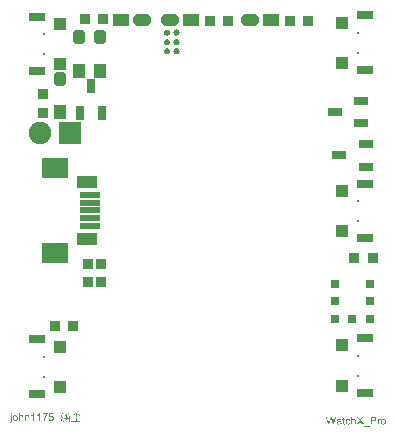
<source format=gts>
G04*
G04 #@! TF.GenerationSoftware,Altium Limited,Altium Designer,19.0.4 (130)*
G04*
G04 Layer_Color=8388736*
%FSLAX25Y25*%
%MOIN*%
G70*
G01*
G75*
%ADD33R,0.03950X0.04343*%
%ADD34R,0.05524X0.03162*%
%ADD35R,0.02572X0.04737*%
%ADD36R,0.03950X0.04737*%
G04:AMPARAMS|DCode=37|XSize=47.37mil|YSize=39.5mil|CornerRadius=0mil|HoleSize=0mil|Usage=FLASHONLY|Rotation=90.000|XOffset=0mil|YOffset=0mil|HoleType=Round|Shape=Octagon|*
%AMOCTAGOND37*
4,1,8,0.00987,0.02368,-0.00987,0.02368,-0.01975,0.01381,-0.01975,-0.01381,-0.00987,-0.02368,0.00987,-0.02368,0.01975,-0.01381,0.01975,0.01381,0.00987,0.02368,0.0*
%
%ADD37OCTAGOND37*%

%ADD38R,0.03800X0.03800*%
%ADD39R,0.05800X0.04300*%
G04:AMPARAMS|DCode=40|XSize=58mil|YSize=43mil|CornerRadius=0mil|HoleSize=0mil|Usage=FLASHONLY|Rotation=0.000|XOffset=0mil|YOffset=0mil|HoleType=Round|Shape=Octagon|*
%AMOCTAGOND40*
4,1,8,0.02900,-0.01075,0.02900,0.01075,0.01825,0.02150,-0.01825,0.02150,-0.02900,0.01075,-0.02900,-0.01075,-0.01825,-0.02150,0.01825,-0.02150,0.02900,-0.01075,0.0*
%
%ADD40OCTAGOND40*%

%ADD41R,0.02769X0.03162*%
%ADD42R,0.03162X0.02769*%
%ADD43R,0.07099X0.02178*%
%ADD44R,0.04737X0.02572*%
%ADD45R,0.03800X0.03800*%
%ADD46C,0.00800*%
%ADD47R,0.07493X0.07493*%
%ADD48C,0.07493*%
%ADD49R,0.08674X0.06706*%
%ADD50R,0.06706X0.03950*%
G36*
X-16564Y49416D02*
X-16233Y49195D01*
X-16012Y48864D01*
X-15934Y48474D01*
X-16012Y48084D01*
X-16233Y47753D01*
X-16564Y47532D01*
X-16954Y47454D01*
X-17344Y47532D01*
X-17675Y47753D01*
X-17896Y48084D01*
X-17974Y48474D01*
X-17896Y48864D01*
X-17675Y49195D01*
X-17344Y49416D01*
X-16954Y49494D01*
X-16564Y49416D01*
D02*
G37*
G36*
X-19664D02*
X-19333Y49195D01*
X-19112Y48864D01*
X-19034Y48474D01*
X-19112Y48084D01*
X-19333Y47753D01*
X-19664Y47532D01*
X-20054Y47454D01*
X-20444Y47532D01*
X-20775Y47753D01*
X-20996Y48084D01*
X-21073Y48474D01*
X-20996Y48864D01*
X-20775Y49195D01*
X-20444Y49416D01*
X-20054Y49494D01*
X-19664Y49416D01*
D02*
G37*
G36*
X-16564Y46316D02*
X-16233Y46095D01*
X-16012Y45764D01*
X-15934Y45374D01*
X-16012Y44984D01*
X-16233Y44653D01*
X-16564Y44432D01*
X-16954Y44354D01*
X-17344Y44432D01*
X-17675Y44653D01*
X-17896Y44984D01*
X-17974Y45374D01*
X-17896Y45764D01*
X-17675Y46095D01*
X-17344Y46316D01*
X-16954Y46394D01*
X-16564Y46316D01*
D02*
G37*
G36*
X-19664D02*
X-19333Y46095D01*
X-19112Y45764D01*
X-19034Y45374D01*
X-19112Y44984D01*
X-19333Y44653D01*
X-19664Y44432D01*
X-20054Y44354D01*
X-20444Y44432D01*
X-20775Y44653D01*
X-20996Y44984D01*
X-21073Y45374D01*
X-20996Y45764D01*
X-20775Y46095D01*
X-20444Y46316D01*
X-20054Y46394D01*
X-19664Y46316D01*
D02*
G37*
G36*
X-16564Y43216D02*
X-16233Y42995D01*
X-16012Y42664D01*
X-15934Y42274D01*
X-16012Y41884D01*
X-16233Y41553D01*
X-16564Y41332D01*
X-16954Y41254D01*
X-17344Y41332D01*
X-17675Y41553D01*
X-17896Y41884D01*
X-17974Y42274D01*
X-17896Y42664D01*
X-17675Y42995D01*
X-17344Y43216D01*
X-16954Y43294D01*
X-16564Y43216D01*
D02*
G37*
G36*
X-19664D02*
X-19333Y42995D01*
X-19112Y42664D01*
X-19034Y42274D01*
X-19112Y41884D01*
X-19333Y41553D01*
X-19664Y41332D01*
X-20054Y41254D01*
X-20444Y41332D01*
X-20775Y41553D01*
X-20996Y41884D01*
X-21073Y42274D01*
X-20996Y42664D01*
X-20775Y42995D01*
X-20444Y43216D01*
X-20054Y43294D01*
X-19664Y43216D01*
D02*
G37*
G36*
X44479Y-80842D02*
X45438Y-82185D01*
X45020D01*
X44372Y-81275D01*
X44368Y-81271D01*
X44361Y-81260D01*
X44354Y-81245D01*
X44339Y-81227D01*
X44306Y-81175D01*
X44269Y-81119D01*
X44265Y-81123D01*
X44254Y-81138D01*
X44239Y-81160D01*
X44220Y-81190D01*
X44180Y-81249D01*
X44161Y-81275D01*
X44146Y-81297D01*
X43499Y-82185D01*
X43092D01*
X44080Y-80860D01*
X43207Y-79625D01*
X43610D01*
X44076Y-80283D01*
Y-80287D01*
X44083Y-80291D01*
X44091Y-80302D01*
X44102Y-80317D01*
X44124Y-80353D01*
X44157Y-80398D01*
X44191Y-80450D01*
X44224Y-80502D01*
X44254Y-80550D01*
X44280Y-80594D01*
X44283Y-80587D01*
X44294Y-80572D01*
X44313Y-80542D01*
X44339Y-80505D01*
X44368Y-80465D01*
X44405Y-80413D01*
X44442Y-80361D01*
X44487Y-80305D01*
X44997Y-79625D01*
X45367D01*
X44479Y-80842D01*
D02*
G37*
G36*
X50818Y-80291D02*
X50858Y-80298D01*
X50906Y-80313D01*
X50958Y-80331D01*
X51017Y-80357D01*
X51080Y-80391D01*
X50965Y-80679D01*
X50962Y-80675D01*
X50947Y-80668D01*
X50925Y-80657D01*
X50895Y-80646D01*
X50862Y-80635D01*
X50821Y-80624D01*
X50780Y-80616D01*
X50740Y-80612D01*
X50721D01*
X50703Y-80616D01*
X50677Y-80620D01*
X50651Y-80627D01*
X50618Y-80638D01*
X50584Y-80653D01*
X50555Y-80675D01*
X50551Y-80679D01*
X50540Y-80686D01*
X50529Y-80701D01*
X50510Y-80720D01*
X50492Y-80746D01*
X50473Y-80775D01*
X50455Y-80809D01*
X50440Y-80849D01*
X50436Y-80857D01*
X50433Y-80879D01*
X50425Y-80912D01*
X50414Y-80957D01*
X50403Y-81012D01*
X50396Y-81075D01*
X50392Y-81142D01*
X50388Y-81216D01*
Y-82185D01*
X50074D01*
Y-80328D01*
X50359D01*
Y-80609D01*
X50362Y-80605D01*
X50377Y-80579D01*
X50396Y-80546D01*
X50425Y-80505D01*
X50455Y-80465D01*
X50488Y-80420D01*
X50521Y-80383D01*
X50555Y-80353D01*
X50559Y-80350D01*
X50570Y-80342D01*
X50592Y-80331D01*
X50614Y-80320D01*
X50644Y-80309D01*
X50681Y-80298D01*
X50718Y-80291D01*
X50758Y-80287D01*
X50784D01*
X50818Y-80291D01*
D02*
G37*
G36*
X40335D02*
X40358D01*
X40387Y-80294D01*
X40457Y-80305D01*
X40535Y-80324D01*
X40617Y-80353D01*
X40698Y-80391D01*
X40776Y-80442D01*
X40779D01*
X40783Y-80450D01*
X40805Y-80472D01*
X40839Y-80505D01*
X40879Y-80553D01*
X40920Y-80612D01*
X40961Y-80686D01*
X40998Y-80772D01*
X41024Y-80871D01*
X40716Y-80920D01*
Y-80916D01*
X40713Y-80912D01*
X40709Y-80890D01*
X40698Y-80857D01*
X40679Y-80816D01*
X40661Y-80772D01*
X40631Y-80724D01*
X40598Y-80679D01*
X40561Y-80642D01*
X40557Y-80638D01*
X40543Y-80627D01*
X40517Y-80612D01*
X40487Y-80594D01*
X40446Y-80576D01*
X40402Y-80561D01*
X40350Y-80550D01*
X40295Y-80546D01*
X40273D01*
X40254Y-80550D01*
X40213Y-80553D01*
X40158Y-80568D01*
X40099Y-80587D01*
X40032Y-80616D01*
X39969Y-80661D01*
X39939Y-80686D01*
X39910Y-80716D01*
Y-80720D01*
X39902Y-80724D01*
X39895Y-80735D01*
X39888Y-80749D01*
X39877Y-80768D01*
X39862Y-80790D01*
X39851Y-80816D01*
X39836Y-80846D01*
X39821Y-80883D01*
X39810Y-80923D01*
X39795Y-80968D01*
X39784Y-81016D01*
X39777Y-81068D01*
X39769Y-81127D01*
X39762Y-81190D01*
Y-81256D01*
Y-81260D01*
Y-81271D01*
Y-81293D01*
X39766Y-81315D01*
Y-81349D01*
X39769Y-81382D01*
X39780Y-81463D01*
X39795Y-81552D01*
X39821Y-81645D01*
X39854Y-81726D01*
X39877Y-81767D01*
X39902Y-81800D01*
X39910Y-81808D01*
X39928Y-81826D01*
X39962Y-81852D01*
X40002Y-81882D01*
X40058Y-81915D01*
X40121Y-81941D01*
X40195Y-81959D01*
X40235Y-81963D01*
X40276Y-81967D01*
X40284D01*
X40306Y-81963D01*
X40343Y-81959D01*
X40383Y-81952D01*
X40432Y-81941D01*
X40483Y-81919D01*
X40535Y-81893D01*
X40583Y-81856D01*
X40591Y-81852D01*
X40602Y-81833D01*
X40624Y-81808D01*
X40650Y-81767D01*
X40676Y-81719D01*
X40705Y-81660D01*
X40728Y-81586D01*
X40742Y-81504D01*
X41053Y-81545D01*
Y-81549D01*
X41050Y-81560D01*
X41046Y-81574D01*
X41042Y-81597D01*
X41035Y-81626D01*
X41027Y-81656D01*
X41001Y-81730D01*
X40968Y-81808D01*
X40920Y-81893D01*
X40861Y-81974D01*
X40828Y-82011D01*
X40791Y-82048D01*
X40787Y-82052D01*
X40779Y-82055D01*
X40768Y-82063D01*
X40753Y-82074D01*
X40735Y-82089D01*
X40709Y-82104D01*
X40679Y-82118D01*
X40650Y-82137D01*
X40576Y-82170D01*
X40487Y-82196D01*
X40391Y-82218D01*
X40335Y-82222D01*
X40280Y-82226D01*
X40243D01*
X40217Y-82222D01*
X40184Y-82218D01*
X40147Y-82211D01*
X40106Y-82204D01*
X40062Y-82196D01*
X39962Y-82166D01*
X39914Y-82144D01*
X39862Y-82122D01*
X39810Y-82092D01*
X39762Y-82059D01*
X39714Y-82022D01*
X39669Y-81978D01*
X39666Y-81974D01*
X39658Y-81967D01*
X39647Y-81952D01*
X39632Y-81933D01*
X39618Y-81907D01*
X39595Y-81874D01*
X39577Y-81837D01*
X39555Y-81796D01*
X39533Y-81748D01*
X39514Y-81693D01*
X39492Y-81637D01*
X39477Y-81571D01*
X39462Y-81504D01*
X39451Y-81427D01*
X39444Y-81349D01*
X39440Y-81264D01*
Y-81260D01*
Y-81249D01*
Y-81234D01*
Y-81212D01*
X39444Y-81186D01*
Y-81156D01*
X39447Y-81123D01*
X39451Y-81086D01*
X39462Y-81005D01*
X39481Y-80916D01*
X39503Y-80827D01*
X39536Y-80738D01*
Y-80735D01*
X39540Y-80727D01*
X39547Y-80716D01*
X39555Y-80701D01*
X39577Y-80661D01*
X39610Y-80612D01*
X39655Y-80557D01*
X39706Y-80502D01*
X39769Y-80446D01*
X39840Y-80402D01*
X39843D01*
X39851Y-80398D01*
X39862Y-80391D01*
X39877Y-80383D01*
X39895Y-80376D01*
X39917Y-80365D01*
X39973Y-80342D01*
X40036Y-80324D01*
X40113Y-80305D01*
X40195Y-80291D01*
X40284Y-80287D01*
X40313D01*
X40335Y-80291D01*
D02*
G37*
G36*
X35566Y-82185D02*
X35233D01*
X34697Y-80235D01*
Y-80231D01*
X34693Y-80224D01*
X34689Y-80213D01*
X34686Y-80194D01*
X34674Y-80154D01*
X34663Y-80106D01*
X34648Y-80054D01*
X34634Y-80006D01*
X34623Y-79965D01*
X34619Y-79947D01*
X34615Y-79935D01*
Y-79939D01*
X34611Y-79943D01*
X34608Y-79965D01*
X34600Y-79998D01*
X34589Y-80039D01*
X34578Y-80083D01*
X34563Y-80135D01*
X34552Y-80187D01*
X34538Y-80235D01*
X33997Y-82185D01*
X33642D01*
X32972Y-79625D01*
X33324D01*
X33705Y-81304D01*
Y-81308D01*
X33709Y-81315D01*
X33712Y-81330D01*
X33716Y-81349D01*
X33720Y-81375D01*
X33727Y-81401D01*
X33735Y-81434D01*
X33742Y-81471D01*
X33760Y-81549D01*
X33779Y-81637D01*
X33797Y-81734D01*
X33816Y-81830D01*
Y-81826D01*
X33820Y-81811D01*
X33827Y-81793D01*
X33831Y-81763D01*
X33838Y-81734D01*
X33849Y-81697D01*
X33868Y-81615D01*
X33890Y-81534D01*
X33897Y-81493D01*
X33909Y-81456D01*
X33916Y-81423D01*
X33923Y-81393D01*
X33931Y-81371D01*
X33934Y-81356D01*
X34419Y-79625D01*
X34830D01*
X35192Y-80923D01*
Y-80927D01*
X35200Y-80945D01*
X35207Y-80971D01*
X35215Y-81005D01*
X35226Y-81049D01*
X35241Y-81097D01*
X35255Y-81153D01*
X35270Y-81216D01*
X35289Y-81286D01*
X35303Y-81356D01*
X35337Y-81508D01*
X35370Y-81667D01*
X35396Y-81830D01*
Y-81826D01*
X35400Y-81819D01*
Y-81804D01*
X35407Y-81785D01*
X35411Y-81763D01*
X35418Y-81737D01*
X35422Y-81704D01*
X35433Y-81667D01*
X35451Y-81586D01*
X35474Y-81489D01*
X35496Y-81386D01*
X35525Y-81271D01*
X35925Y-79625D01*
X36269D01*
X35566Y-82185D01*
D02*
G37*
G36*
X48838Y-79628D02*
X48901Y-79632D01*
X48967Y-79636D01*
X49030Y-79643D01*
X49086Y-79650D01*
X49093D01*
X49119Y-79658D01*
X49152Y-79665D01*
X49197Y-79676D01*
X49245Y-79695D01*
X49297Y-79717D01*
X49352Y-79743D01*
X49400Y-79773D01*
X49408Y-79776D01*
X49423Y-79787D01*
X49445Y-79810D01*
X49474Y-79835D01*
X49508Y-79869D01*
X49541Y-79913D01*
X49578Y-79961D01*
X49608Y-80017D01*
X49611Y-80024D01*
X49619Y-80043D01*
X49633Y-80076D01*
X49648Y-80120D01*
X49659Y-80172D01*
X49674Y-80231D01*
X49682Y-80298D01*
X49685Y-80368D01*
Y-80372D01*
Y-80383D01*
Y-80398D01*
X49682Y-80424D01*
X49678Y-80450D01*
X49674Y-80483D01*
X49667Y-80520D01*
X49659Y-80561D01*
X49633Y-80646D01*
X49619Y-80690D01*
X49597Y-80738D01*
X49571Y-80786D01*
X49545Y-80831D01*
X49511Y-80875D01*
X49474Y-80920D01*
X49471Y-80923D01*
X49463Y-80931D01*
X49452Y-80942D01*
X49434Y-80953D01*
X49411Y-80971D01*
X49382Y-80990D01*
X49345Y-81012D01*
X49304Y-81031D01*
X49256Y-81053D01*
X49201Y-81075D01*
X49141Y-81094D01*
X49071Y-81108D01*
X48997Y-81123D01*
X48916Y-81134D01*
X48823Y-81142D01*
X48727Y-81145D01*
X48072D01*
Y-82185D01*
X47732D01*
Y-79625D01*
X48783D01*
X48838Y-79628D01*
D02*
G37*
G36*
X41638Y-80542D02*
X41642Y-80538D01*
X41649Y-80531D01*
X41660Y-80520D01*
X41679Y-80502D01*
X41697Y-80483D01*
X41723Y-80461D01*
X41756Y-80439D01*
X41789Y-80413D01*
X41827Y-80391D01*
X41867Y-80368D01*
X41963Y-80328D01*
X42015Y-80309D01*
X42071Y-80298D01*
X42130Y-80291D01*
X42189Y-80287D01*
X42222D01*
X42263Y-80291D01*
X42311Y-80298D01*
X42367Y-80305D01*
X42426Y-80320D01*
X42485Y-80342D01*
X42544Y-80368D01*
X42552Y-80372D01*
X42570Y-80383D01*
X42596Y-80402D01*
X42629Y-80427D01*
X42663Y-80461D01*
X42700Y-80498D01*
X42733Y-80542D01*
X42763Y-80594D01*
X42766Y-80601D01*
X42774Y-80620D01*
X42785Y-80653D01*
X42796Y-80701D01*
X42807Y-80761D01*
X42818Y-80831D01*
X42825Y-80916D01*
X42829Y-81012D01*
Y-82185D01*
X42515D01*
Y-81008D01*
Y-81005D01*
Y-80997D01*
Y-80986D01*
Y-80971D01*
X42511Y-80931D01*
X42504Y-80879D01*
X42489Y-80823D01*
X42470Y-80768D01*
X42444Y-80712D01*
X42411Y-80668D01*
X42407Y-80664D01*
X42393Y-80650D01*
X42370Y-80631D01*
X42337Y-80612D01*
X42296Y-80590D01*
X42248Y-80576D01*
X42189Y-80561D01*
X42123Y-80557D01*
X42100D01*
X42074Y-80561D01*
X42037Y-80564D01*
X42000Y-80576D01*
X41956Y-80587D01*
X41912Y-80605D01*
X41864Y-80631D01*
X41860Y-80635D01*
X41845Y-80646D01*
X41823Y-80661D01*
X41797Y-80683D01*
X41767Y-80712D01*
X41738Y-80746D01*
X41712Y-80786D01*
X41690Y-80831D01*
X41686Y-80838D01*
X41682Y-80853D01*
X41675Y-80883D01*
X41664Y-80920D01*
X41653Y-80968D01*
X41645Y-81027D01*
X41642Y-81094D01*
X41638Y-81171D01*
Y-82185D01*
X41323D01*
Y-79625D01*
X41638D01*
Y-80542D01*
D02*
G37*
G36*
X37412Y-80291D02*
X37468Y-80294D01*
X37531Y-80302D01*
X37594Y-80313D01*
X37657Y-80328D01*
X37716Y-80346D01*
X37723Y-80350D01*
X37742Y-80357D01*
X37768Y-80368D01*
X37801Y-80383D01*
X37838Y-80405D01*
X37875Y-80427D01*
X37908Y-80457D01*
X37938Y-80487D01*
X37942Y-80490D01*
X37949Y-80502D01*
X37960Y-80520D01*
X37975Y-80542D01*
X37993Y-80576D01*
X38008Y-80609D01*
X38023Y-80650D01*
X38034Y-80698D01*
Y-80701D01*
X38038Y-80712D01*
X38041Y-80735D01*
X38045Y-80764D01*
Y-80805D01*
X38049Y-80853D01*
X38052Y-80916D01*
Y-80986D01*
Y-81408D01*
Y-81412D01*
Y-81427D01*
Y-81449D01*
Y-81478D01*
Y-81512D01*
Y-81552D01*
X38056Y-81641D01*
Y-81734D01*
X38060Y-81826D01*
X38064Y-81867D01*
Y-81904D01*
X38067Y-81937D01*
X38071Y-81963D01*
Y-81967D01*
X38075Y-81981D01*
X38078Y-82004D01*
X38089Y-82033D01*
X38097Y-82067D01*
X38112Y-82104D01*
X38130Y-82144D01*
X38149Y-82185D01*
X37819D01*
X37816Y-82181D01*
X37812Y-82166D01*
X37805Y-82148D01*
X37793Y-82118D01*
X37782Y-82085D01*
X37775Y-82044D01*
X37768Y-82000D01*
X37760Y-81952D01*
X37756D01*
X37753Y-81959D01*
X37731Y-81978D01*
X37697Y-82004D01*
X37653Y-82037D01*
X37597Y-82070D01*
X37542Y-82107D01*
X37483Y-82141D01*
X37420Y-82166D01*
X37412Y-82170D01*
X37390Y-82174D01*
X37357Y-82185D01*
X37316Y-82196D01*
X37264Y-82207D01*
X37205Y-82215D01*
X37139Y-82222D01*
X37072Y-82226D01*
X37042D01*
X37020Y-82222D01*
X36994D01*
X36965Y-82218D01*
X36898Y-82207D01*
X36824Y-82189D01*
X36743Y-82163D01*
X36669Y-82126D01*
X36602Y-82078D01*
X36595Y-82070D01*
X36576Y-82052D01*
X36550Y-82019D01*
X36521Y-81974D01*
X36491Y-81919D01*
X36465Y-81856D01*
X36447Y-81778D01*
X36443Y-81741D01*
X36439Y-81697D01*
Y-81689D01*
Y-81674D01*
X36443Y-81648D01*
X36447Y-81615D01*
X36454Y-81574D01*
X36465Y-81534D01*
X36480Y-81489D01*
X36498Y-81449D01*
X36502Y-81445D01*
X36510Y-81430D01*
X36524Y-81408D01*
X36543Y-81382D01*
X36565Y-81353D01*
X36595Y-81323D01*
X36624Y-81293D01*
X36661Y-81267D01*
X36665Y-81264D01*
X36680Y-81256D01*
X36698Y-81242D01*
X36728Y-81227D01*
X36761Y-81212D01*
X36802Y-81193D01*
X36843Y-81179D01*
X36891Y-81164D01*
X36894D01*
X36909Y-81160D01*
X36931Y-81153D01*
X36961Y-81149D01*
X36998Y-81142D01*
X37046Y-81134D01*
X37102Y-81123D01*
X37168Y-81116D01*
X37172D01*
X37187Y-81112D01*
X37205D01*
X37231Y-81108D01*
X37261Y-81105D01*
X37298Y-81097D01*
X37338Y-81094D01*
X37383Y-81086D01*
X37472Y-81068D01*
X37568Y-81049D01*
X37653Y-81027D01*
X37694Y-81016D01*
X37731Y-81005D01*
Y-81001D01*
Y-80994D01*
X37734Y-80971D01*
Y-80945D01*
Y-80931D01*
Y-80923D01*
Y-80920D01*
Y-80916D01*
Y-80894D01*
X37731Y-80857D01*
X37723Y-80816D01*
X37712Y-80772D01*
X37694Y-80727D01*
X37671Y-80686D01*
X37642Y-80653D01*
X37638Y-80650D01*
X37620Y-80635D01*
X37590Y-80620D01*
X37553Y-80598D01*
X37501Y-80579D01*
X37442Y-80561D01*
X37368Y-80550D01*
X37283Y-80546D01*
X37246D01*
X37209Y-80550D01*
X37157Y-80557D01*
X37105Y-80564D01*
X37050Y-80579D01*
X36998Y-80598D01*
X36954Y-80624D01*
X36950Y-80627D01*
X36935Y-80638D01*
X36917Y-80657D01*
X36894Y-80686D01*
X36872Y-80724D01*
X36846Y-80772D01*
X36824Y-80831D01*
X36802Y-80897D01*
X36495Y-80857D01*
Y-80853D01*
X36498Y-80849D01*
Y-80838D01*
X36502Y-80823D01*
X36513Y-80790D01*
X36528Y-80742D01*
X36547Y-80694D01*
X36569Y-80642D01*
X36598Y-80590D01*
X36632Y-80542D01*
X36635Y-80538D01*
X36650Y-80524D01*
X36672Y-80502D01*
X36702Y-80472D01*
X36743Y-80442D01*
X36791Y-80413D01*
X36846Y-80379D01*
X36909Y-80353D01*
X36913D01*
X36917Y-80350D01*
X36928Y-80346D01*
X36942Y-80342D01*
X36979Y-80331D01*
X37031Y-80320D01*
X37091Y-80309D01*
X37165Y-80298D01*
X37242Y-80291D01*
X37331Y-80287D01*
X37372D01*
X37412Y-80291D01*
D02*
G37*
G36*
X38903Y-80328D02*
X39222D01*
Y-80572D01*
X38903D01*
Y-81663D01*
Y-81671D01*
Y-81686D01*
Y-81708D01*
X38907Y-81734D01*
X38911Y-81793D01*
X38915Y-81819D01*
X38918Y-81837D01*
X38922Y-81845D01*
X38933Y-81859D01*
X38948Y-81878D01*
X38974Y-81896D01*
X38981Y-81900D01*
X39000Y-81907D01*
X39033Y-81915D01*
X39081Y-81919D01*
X39118D01*
X39137Y-81915D01*
X39162D01*
X39192Y-81911D01*
X39222Y-81907D01*
X39262Y-82185D01*
X39255D01*
X39240Y-82189D01*
X39214Y-82192D01*
X39181Y-82196D01*
X39144Y-82204D01*
X39103Y-82207D01*
X39022Y-82211D01*
X38992D01*
X38963Y-82207D01*
X38926Y-82204D01*
X38881Y-82200D01*
X38837Y-82189D01*
X38796Y-82178D01*
X38756Y-82159D01*
X38752Y-82155D01*
X38741Y-82148D01*
X38726Y-82137D01*
X38704Y-82118D01*
X38685Y-82100D01*
X38663Y-82074D01*
X38641Y-82048D01*
X38626Y-82015D01*
Y-82011D01*
X38619Y-81996D01*
X38615Y-81970D01*
X38607Y-81933D01*
X38600Y-81885D01*
X38596Y-81856D01*
Y-81822D01*
X38593Y-81782D01*
X38589Y-81741D01*
Y-81697D01*
Y-81645D01*
Y-80572D01*
X38356D01*
Y-80328D01*
X38589D01*
Y-79869D01*
X38903Y-79680D01*
Y-80328D01*
D02*
G37*
G36*
X52083Y-80291D02*
X52116Y-80294D01*
X52153Y-80302D01*
X52194Y-80309D01*
X52242Y-80317D01*
X52342Y-80350D01*
X52394Y-80368D01*
X52446Y-80394D01*
X52497Y-80420D01*
X52549Y-80457D01*
X52597Y-80494D01*
X52645Y-80538D01*
X52649Y-80542D01*
X52656Y-80550D01*
X52667Y-80564D01*
X52682Y-80583D01*
X52701Y-80609D01*
X52723Y-80642D01*
X52745Y-80679D01*
X52767Y-80720D01*
X52790Y-80764D01*
X52812Y-80820D01*
X52834Y-80875D01*
X52852Y-80938D01*
X52867Y-81005D01*
X52878Y-81075D01*
X52886Y-81149D01*
X52890Y-81230D01*
Y-81234D01*
Y-81245D01*
Y-81264D01*
Y-81290D01*
X52886Y-81319D01*
X52882Y-81356D01*
Y-81393D01*
X52875Y-81434D01*
X52864Y-81526D01*
X52841Y-81619D01*
X52816Y-81711D01*
X52779Y-81796D01*
Y-81800D01*
X52775Y-81804D01*
X52767Y-81815D01*
X52760Y-81830D01*
X52734Y-81867D01*
X52701Y-81911D01*
X52656Y-81963D01*
X52601Y-82015D01*
X52538Y-82067D01*
X52464Y-82115D01*
X52460D01*
X52457Y-82118D01*
X52446Y-82126D01*
X52427Y-82133D01*
X52408Y-82141D01*
X52386Y-82148D01*
X52331Y-82170D01*
X52268Y-82189D01*
X52190Y-82207D01*
X52109Y-82222D01*
X52020Y-82226D01*
X51983D01*
X51953Y-82222D01*
X51920Y-82218D01*
X51883Y-82211D01*
X51839Y-82204D01*
X51794Y-82196D01*
X51694Y-82166D01*
X51639Y-82144D01*
X51587Y-82122D01*
X51535Y-82092D01*
X51484Y-82059D01*
X51435Y-82022D01*
X51387Y-81978D01*
X51384Y-81974D01*
X51376Y-81967D01*
X51365Y-81952D01*
X51350Y-81930D01*
X51332Y-81904D01*
X51313Y-81874D01*
X51291Y-81837D01*
X51269Y-81793D01*
X51247Y-81745D01*
X51224Y-81689D01*
X51206Y-81630D01*
X51187Y-81567D01*
X51173Y-81497D01*
X51162Y-81423D01*
X51154Y-81341D01*
X51151Y-81256D01*
Y-81249D01*
Y-81234D01*
X51154Y-81208D01*
Y-81171D01*
X51158Y-81130D01*
X51165Y-81079D01*
X51173Y-81027D01*
X51187Y-80968D01*
X51202Y-80909D01*
X51221Y-80846D01*
X51243Y-80779D01*
X51273Y-80716D01*
X51302Y-80657D01*
X51343Y-80598D01*
X51384Y-80542D01*
X51435Y-80494D01*
X51439Y-80490D01*
X51446Y-80487D01*
X51461Y-80476D01*
X51480Y-80461D01*
X51502Y-80446D01*
X51532Y-80427D01*
X51561Y-80409D01*
X51598Y-80391D01*
X51639Y-80372D01*
X51683Y-80353D01*
X51783Y-80320D01*
X51898Y-80294D01*
X51957Y-80291D01*
X52020Y-80287D01*
X52057D01*
X52083Y-80291D01*
D02*
G37*
G36*
X47491Y-82895D02*
X45408D01*
Y-82670D01*
X47491D01*
Y-82895D01*
D02*
G37*
G36*
X-55240Y-78203D02*
X-55226Y-78210D01*
X-55203Y-78221D01*
X-55177Y-78236D01*
X-55152Y-78255D01*
X-55089Y-78292D01*
X-55026Y-78333D01*
X-54967Y-78373D01*
X-54941Y-78392D01*
X-54918Y-78410D01*
X-54904Y-78429D01*
X-54893Y-78443D01*
X-54889Y-78447D01*
X-54885Y-78455D01*
X-54878Y-78469D01*
X-54870Y-78488D01*
X-54856Y-78529D01*
X-54848Y-78551D01*
Y-78573D01*
Y-78577D01*
Y-78584D01*
X-54852Y-78599D01*
Y-78614D01*
X-54867Y-78658D01*
X-54878Y-78680D01*
X-54893Y-78702D01*
Y-78706D01*
X-54900Y-78710D01*
X-54915Y-78728D01*
X-54937Y-78751D01*
X-54948Y-78754D01*
X-54959Y-78758D01*
X-54963D01*
X-54967Y-78754D01*
X-54978Y-78751D01*
X-54993Y-78740D01*
X-55007Y-78725D01*
X-55026Y-78699D01*
X-55041Y-78666D01*
X-55059Y-78617D01*
Y-78614D01*
X-55063Y-78606D01*
X-55067Y-78595D01*
X-55074Y-78580D01*
X-55089Y-78543D01*
X-55115Y-78492D01*
X-55144Y-78432D01*
X-55181Y-78369D01*
X-55229Y-78303D01*
X-55281Y-78240D01*
X-55255Y-78196D01*
X-55251D01*
X-55240Y-78203D01*
D02*
G37*
G36*
X-71927Y-78810D02*
X-72242D01*
Y-78443D01*
X-71927D01*
Y-78810D01*
D02*
G37*
G36*
X-52669Y-78477D02*
X-52676D01*
X-52691Y-78480D01*
X-52717Y-78484D01*
X-52750Y-78492D01*
X-52791Y-78503D01*
X-52839Y-78518D01*
X-52887Y-78540D01*
X-52943Y-78562D01*
X-52950Y-78566D01*
X-52957Y-78569D01*
X-52972Y-78577D01*
X-52987Y-78588D01*
X-53006Y-78599D01*
X-53031Y-78614D01*
X-53061Y-78628D01*
X-53094Y-78651D01*
X-53131Y-78673D01*
X-53172Y-78702D01*
X-53216Y-78732D01*
X-53268Y-78765D01*
X-53324Y-78806D01*
X-53383Y-78847D01*
X-53450Y-78895D01*
X-53353Y-78950D01*
X-53479Y-79036D01*
Y-79705D01*
X-53475Y-79709D01*
X-53464Y-79713D01*
X-53446Y-79724D01*
X-53420Y-79735D01*
X-53390Y-79753D01*
X-53357Y-79772D01*
X-53279Y-79813D01*
X-53198Y-79861D01*
X-53113Y-79912D01*
X-53039Y-79968D01*
X-53006Y-79990D01*
X-52976Y-80016D01*
X-52969Y-80020D01*
X-52954Y-80038D01*
X-52932Y-80060D01*
X-52906Y-80094D01*
X-52880Y-80131D01*
X-52858Y-80168D01*
X-52843Y-80212D01*
X-52835Y-80253D01*
Y-80256D01*
Y-80264D01*
Y-80275D01*
X-52839Y-80290D01*
X-52850Y-80327D01*
X-52872Y-80371D01*
Y-80375D01*
X-52876Y-80382D01*
X-52891Y-80401D01*
X-52906Y-80423D01*
X-52913Y-80430D01*
X-52921Y-80434D01*
X-52924D01*
X-52932Y-80430D01*
X-52943Y-80427D01*
X-52957Y-80412D01*
X-52980Y-80393D01*
X-53002Y-80364D01*
X-53028Y-80323D01*
X-53043Y-80297D01*
X-53057Y-80268D01*
Y-80264D01*
X-53065Y-80256D01*
X-53072Y-80245D01*
X-53083Y-80227D01*
X-53094Y-80205D01*
X-53113Y-80179D01*
X-53157Y-80116D01*
X-53216Y-80042D01*
X-53250Y-80001D01*
X-53287Y-79957D01*
X-53331Y-79912D01*
X-53376Y-79868D01*
X-53427Y-79824D01*
X-53479Y-79776D01*
Y-80560D01*
Y-80567D01*
Y-80586D01*
X-53483Y-80615D01*
X-53487Y-80652D01*
X-53494Y-80689D01*
X-53501Y-80730D01*
X-53516Y-80767D01*
X-53535Y-80797D01*
X-53538Y-80800D01*
X-53546Y-80808D01*
X-53564Y-80823D01*
X-53587Y-80841D01*
X-53620Y-80863D01*
X-53664Y-80885D01*
X-53720Y-80911D01*
X-53786Y-80937D01*
Y-80934D01*
X-53790Y-80930D01*
X-53797Y-80908D01*
X-53816Y-80874D01*
X-53831Y-80856D01*
X-53849Y-80834D01*
X-53871Y-80812D01*
X-53901Y-80786D01*
X-53931Y-80763D01*
X-53968Y-80738D01*
X-54012Y-80712D01*
X-54060Y-80689D01*
X-54116Y-80667D01*
X-54179Y-80645D01*
Y-80586D01*
X-54164D01*
X-54145Y-80589D01*
X-54119Y-80593D01*
X-54090Y-80597D01*
X-54060Y-80601D01*
X-53986Y-80608D01*
X-53908Y-80615D01*
X-53838Y-80623D01*
X-53805Y-80626D01*
X-53779D01*
X-53757Y-80630D01*
X-53727D01*
X-53698Y-80623D01*
X-53686Y-80612D01*
X-53672Y-80601D01*
X-53664Y-80582D01*
X-53661Y-80560D01*
Y-79790D01*
X-53664Y-79794D01*
X-53679Y-79809D01*
X-53705Y-79827D01*
X-53734Y-79853D01*
X-53772Y-79883D01*
X-53812Y-79920D01*
X-53901Y-79997D01*
X-53993Y-80083D01*
X-54038Y-80123D01*
X-54079Y-80160D01*
X-54116Y-80197D01*
X-54145Y-80231D01*
X-54164Y-80256D01*
X-54179Y-80279D01*
X-54375Y-80083D01*
X-54371D01*
X-54367Y-80079D01*
X-54352Y-80075D01*
X-54338Y-80068D01*
X-54315Y-80060D01*
X-54290Y-80049D01*
X-54256Y-80035D01*
X-54216Y-80016D01*
X-54171Y-79994D01*
X-54119Y-79964D01*
X-54060Y-79935D01*
X-53993Y-79901D01*
X-53923Y-79861D01*
X-53842Y-79813D01*
X-53757Y-79761D01*
X-53661Y-79705D01*
Y-79702D01*
Y-79698D01*
Y-79676D01*
Y-79642D01*
Y-79598D01*
Y-79542D01*
Y-79479D01*
Y-79413D01*
Y-79339D01*
X-53664Y-79187D01*
X-53668Y-79036D01*
Y-78961D01*
X-53672Y-78895D01*
Y-78836D01*
X-53675Y-78784D01*
X-53505Y-78869D01*
X-53072Y-78447D01*
X-54053D01*
X-54090Y-78451D01*
X-54134D01*
X-54186Y-78458D01*
X-54241Y-78466D01*
X-54301Y-78477D01*
X-54360Y-78492D01*
X-54486Y-78366D01*
X-53057D01*
X-52921Y-78210D01*
X-52669Y-78477D01*
D02*
G37*
G36*
X-66533Y-79110D02*
X-66492Y-79113D01*
X-66444Y-79121D01*
X-66392Y-79132D01*
X-66337Y-79146D01*
X-66285Y-79169D01*
X-66277Y-79172D01*
X-66263Y-79180D01*
X-66237Y-79191D01*
X-66207Y-79209D01*
X-66170Y-79232D01*
X-66137Y-79261D01*
X-66104Y-79291D01*
X-66074Y-79328D01*
X-66070Y-79331D01*
X-66063Y-79346D01*
X-66052Y-79365D01*
X-66033Y-79391D01*
X-66018Y-79428D01*
X-66004Y-79465D01*
X-65985Y-79509D01*
X-65974Y-79557D01*
Y-79561D01*
X-65970Y-79576D01*
X-65967Y-79598D01*
X-65963Y-79628D01*
Y-79672D01*
X-65959Y-79724D01*
X-65956Y-79787D01*
Y-79864D01*
Y-81004D01*
X-66270D01*
Y-79879D01*
Y-79875D01*
Y-79872D01*
Y-79846D01*
Y-79813D01*
X-66274Y-79772D01*
X-66277Y-79724D01*
X-66285Y-79676D01*
X-66296Y-79631D01*
X-66307Y-79590D01*
Y-79587D01*
X-66315Y-79576D01*
X-66326Y-79557D01*
X-66337Y-79535D01*
X-66355Y-79513D01*
X-66377Y-79487D01*
X-66407Y-79461D01*
X-66440Y-79439D01*
X-66444Y-79435D01*
X-66455Y-79428D01*
X-66477Y-79420D01*
X-66503Y-79409D01*
X-66533Y-79398D01*
X-66570Y-79387D01*
X-66614Y-79383D01*
X-66659Y-79380D01*
X-66677D01*
X-66692Y-79383D01*
X-66729Y-79387D01*
X-66777Y-79394D01*
X-66829Y-79413D01*
X-66888Y-79435D01*
X-66947Y-79465D01*
X-67003Y-79509D01*
X-67010Y-79517D01*
X-67025Y-79535D01*
X-67036Y-79550D01*
X-67047Y-79568D01*
X-67062Y-79590D01*
X-67073Y-79616D01*
X-67088Y-79646D01*
X-67103Y-79683D01*
X-67114Y-79724D01*
X-67125Y-79768D01*
X-67132Y-79816D01*
X-67140Y-79868D01*
X-67147Y-79931D01*
Y-79994D01*
Y-81004D01*
X-67462D01*
Y-79146D01*
X-67180D01*
Y-79413D01*
X-67177Y-79409D01*
X-67169Y-79398D01*
X-67158Y-79383D01*
X-67143Y-79365D01*
X-67121Y-79343D01*
X-67095Y-79317D01*
X-67066Y-79287D01*
X-67029Y-79258D01*
X-66992Y-79232D01*
X-66947Y-79202D01*
X-66899Y-79176D01*
X-66847Y-79154D01*
X-66788Y-79135D01*
X-66729Y-79121D01*
X-66662Y-79110D01*
X-66592Y-79106D01*
X-66562D01*
X-66533Y-79110D01*
D02*
G37*
G36*
X-55570Y-78969D02*
X-55555Y-78976D01*
X-55536Y-78987D01*
X-55507Y-79002D01*
X-55477Y-79021D01*
X-55440Y-79043D01*
X-55362Y-79095D01*
X-55285Y-79154D01*
X-55251Y-79187D01*
X-55218Y-79217D01*
X-55189Y-79250D01*
X-55166Y-79280D01*
X-55155Y-79309D01*
X-55148Y-79339D01*
Y-79346D01*
Y-79361D01*
Y-79387D01*
X-55155Y-79417D01*
X-55163Y-79450D01*
X-55174Y-79483D01*
X-55192Y-79513D01*
X-55218Y-79539D01*
X-55222Y-79542D01*
X-55229D01*
X-55244Y-79546D01*
X-55263Y-79542D01*
X-55285Y-79528D01*
X-55296Y-79517D01*
X-55307Y-79502D01*
X-55318Y-79483D01*
X-55329Y-79461D01*
X-55340Y-79431D01*
X-55351Y-79398D01*
Y-79394D01*
X-55355Y-79391D01*
X-55359Y-79380D01*
X-55366Y-79365D01*
X-55385Y-79331D01*
X-55411Y-79280D01*
X-55444Y-79224D01*
X-55488Y-79158D01*
X-55540Y-79087D01*
X-55603Y-79010D01*
X-55573Y-78965D01*
X-55570Y-78969D01*
D02*
G37*
G36*
X-49861Y-78606D02*
X-49838Y-78617D01*
X-49805Y-78640D01*
X-49761Y-78666D01*
X-49705Y-78695D01*
X-49646Y-78728D01*
X-49579Y-78769D01*
X-49513Y-78810D01*
X-49376Y-78895D01*
X-49309Y-78939D01*
X-49246Y-78984D01*
X-49191Y-79024D01*
X-49143Y-79061D01*
X-49106Y-79098D01*
X-49080Y-79128D01*
X-49076Y-79135D01*
X-49061Y-79150D01*
X-49047Y-79180D01*
X-49024Y-79213D01*
X-49006Y-79250D01*
X-48987Y-79291D01*
X-48976Y-79331D01*
X-48973Y-79372D01*
Y-79376D01*
Y-79383D01*
X-48976Y-79394D01*
Y-79409D01*
X-48991Y-79450D01*
X-49002Y-79472D01*
X-49017Y-79498D01*
Y-79502D01*
X-49024Y-79509D01*
X-49039Y-79531D01*
X-49058Y-79557D01*
X-49065Y-79565D01*
X-49073Y-79568D01*
X-49076D01*
X-49084Y-79565D01*
X-49102Y-79557D01*
X-49121Y-79542D01*
X-49147Y-79517D01*
X-49161Y-79498D01*
X-49180Y-79479D01*
X-49195Y-79454D01*
X-49213Y-79428D01*
X-49232Y-79394D01*
X-49254Y-79357D01*
Y-79354D01*
X-49261Y-79343D01*
X-49272Y-79328D01*
X-49287Y-79306D01*
X-49306Y-79280D01*
X-49328Y-79246D01*
X-49357Y-79206D01*
X-49394Y-79161D01*
X-49435Y-79113D01*
X-49483Y-79058D01*
X-49535Y-79002D01*
X-49598Y-78936D01*
X-49665Y-78869D01*
X-49738Y-78799D01*
X-49824Y-78721D01*
X-49912Y-78643D01*
X-49868Y-78603D01*
X-49864D01*
X-49861Y-78606D01*
D02*
G37*
G36*
X-52780Y-79091D02*
X-52906Y-79121D01*
X-52909Y-79124D01*
X-52921Y-79132D01*
X-52935Y-79146D01*
X-52957Y-79165D01*
X-52983Y-79191D01*
X-53013Y-79217D01*
X-53087Y-79280D01*
X-53168Y-79350D01*
X-53254Y-79428D01*
X-53342Y-79502D01*
X-53424Y-79568D01*
X-53450Y-79524D01*
X-53446Y-79520D01*
X-53439Y-79509D01*
X-53424Y-79494D01*
X-53409Y-79472D01*
X-53387Y-79443D01*
X-53361Y-79409D01*
X-53331Y-79369D01*
X-53302Y-79328D01*
X-53268Y-79280D01*
X-53235Y-79228D01*
X-53161Y-79117D01*
X-53087Y-78999D01*
X-53017Y-78869D01*
X-52780Y-79091D01*
D02*
G37*
G36*
X-54219Y-78987D02*
X-54204Y-78995D01*
X-54182Y-79006D01*
X-54156Y-79021D01*
X-54130Y-79036D01*
X-54064Y-79072D01*
X-53997Y-79113D01*
X-53934Y-79158D01*
X-53908Y-79176D01*
X-53882Y-79195D01*
X-53864Y-79213D01*
X-53849Y-79232D01*
X-53846Y-79235D01*
X-53838Y-79246D01*
X-53831Y-79261D01*
X-53816Y-79283D01*
X-53797Y-79331D01*
X-53790Y-79361D01*
X-53786Y-79387D01*
Y-79391D01*
Y-79398D01*
Y-79409D01*
X-53790Y-79424D01*
X-53801Y-79461D01*
X-53823Y-79505D01*
Y-79509D01*
X-53827Y-79517D01*
X-53842Y-79535D01*
X-53864Y-79557D01*
X-53871Y-79565D01*
X-53882Y-79568D01*
X-53886D01*
X-53890Y-79565D01*
X-53897Y-79561D01*
X-53908Y-79550D01*
X-53923Y-79535D01*
X-53938Y-79509D01*
X-53953Y-79476D01*
X-53968Y-79428D01*
Y-79424D01*
X-53971Y-79420D01*
X-53975Y-79409D01*
X-53982Y-79394D01*
X-54005Y-79354D01*
X-54034Y-79302D01*
X-54075Y-79243D01*
X-54127Y-79172D01*
X-54186Y-79098D01*
X-54260Y-79021D01*
X-54234Y-78980D01*
X-54230D01*
X-54219Y-78987D01*
D02*
G37*
G36*
X-50164Y-78281D02*
X-50275Y-78392D01*
Y-78395D01*
Y-78407D01*
Y-78421D01*
Y-78443D01*
Y-78469D01*
Y-78499D01*
Y-78536D01*
Y-78577D01*
Y-78669D01*
Y-78769D01*
Y-78884D01*
Y-78999D01*
Y-79002D01*
Y-79013D01*
Y-79028D01*
Y-79050D01*
Y-79080D01*
Y-79113D01*
Y-79150D01*
X-50271Y-79191D01*
Y-79283D01*
X-50268Y-79383D01*
X-50264Y-79487D01*
X-50260Y-79594D01*
X-50497Y-79679D01*
Y-79676D01*
Y-79661D01*
Y-79642D01*
X-50493Y-79613D01*
Y-79579D01*
Y-79539D01*
X-50490Y-79491D01*
Y-79439D01*
Y-79383D01*
X-50486Y-79324D01*
Y-79191D01*
X-50482Y-79050D01*
Y-78902D01*
Y-78899D01*
Y-78884D01*
Y-78862D01*
Y-78832D01*
Y-78799D01*
Y-78754D01*
Y-78706D01*
Y-78654D01*
X-50486Y-78595D01*
Y-78532D01*
X-50490Y-78399D01*
X-50493Y-78259D01*
X-50497Y-78110D01*
X-50164Y-78281D01*
D02*
G37*
G36*
X-50819Y-78799D02*
X-50826D01*
X-50845Y-78806D01*
X-50878Y-78825D01*
X-50926Y-78851D01*
X-50956Y-78869D01*
X-50985Y-78891D01*
X-51022Y-78917D01*
X-51059Y-78950D01*
X-51104Y-78987D01*
X-51148Y-79028D01*
X-51200Y-79076D01*
X-51252Y-79132D01*
X-51256Y-79135D01*
X-51267Y-79146D01*
X-51281Y-79161D01*
X-51304Y-79184D01*
X-51333Y-79213D01*
X-51367Y-79243D01*
X-51403Y-79280D01*
X-51448Y-79320D01*
X-51496Y-79365D01*
X-51548Y-79409D01*
X-51607Y-79457D01*
X-51666Y-79509D01*
X-51796Y-79613D01*
X-51936Y-79720D01*
X-51981Y-79679D01*
X-51977Y-79676D01*
X-51966Y-79664D01*
X-51951Y-79650D01*
X-51929Y-79628D01*
X-51903Y-79602D01*
X-51873Y-79572D01*
X-51836Y-79535D01*
X-51799Y-79494D01*
X-51718Y-79405D01*
X-51629Y-79309D01*
X-51537Y-79206D01*
X-51452Y-79098D01*
X-51448Y-79095D01*
X-51441Y-79084D01*
X-51429Y-79069D01*
X-51415Y-79050D01*
X-51396Y-79024D01*
X-51374Y-78995D01*
X-51352Y-78958D01*
X-51326Y-78921D01*
X-51270Y-78836D01*
X-51211Y-78743D01*
X-51159Y-78647D01*
X-51111Y-78547D01*
X-50819Y-78799D01*
D02*
G37*
G36*
X-54611Y-78839D02*
Y-78843D01*
X-54615Y-78854D01*
X-54623Y-78873D01*
X-54626Y-78895D01*
X-54637Y-78928D01*
X-54645Y-78961D01*
X-54659Y-79002D01*
X-54671Y-79050D01*
X-54685Y-79098D01*
X-54700Y-79154D01*
X-54734Y-79269D01*
X-54770Y-79394D01*
X-54808Y-79524D01*
X-54844Y-79657D01*
X-54882Y-79790D01*
X-54918Y-79916D01*
X-54952Y-80035D01*
X-54967Y-80090D01*
X-54981Y-80142D01*
X-54993Y-80186D01*
X-55004Y-80231D01*
X-55015Y-80268D01*
X-55026Y-80297D01*
X-55029Y-80327D01*
X-55037Y-80345D01*
Y-80349D01*
X-55041Y-80353D01*
Y-80364D01*
X-55044Y-80375D01*
X-55052Y-80412D01*
X-55059Y-80464D01*
X-55067Y-80527D01*
X-55074Y-80597D01*
X-55078Y-80682D01*
Y-80771D01*
Y-80774D01*
Y-80782D01*
Y-80793D01*
Y-80812D01*
X-55074Y-80856D01*
Y-80908D01*
X-55070Y-80963D01*
X-55067Y-81019D01*
X-55063Y-81074D01*
X-55059Y-81115D01*
Y-81119D01*
Y-81122D01*
X-55067Y-81141D01*
X-55078Y-81152D01*
X-55089Y-81163D01*
X-55107Y-81167D01*
X-55129Y-81170D01*
X-55152D01*
X-55166Y-81167D01*
X-55189Y-81163D01*
X-55211Y-81159D01*
X-55270Y-81141D01*
X-55274D01*
X-55281Y-81133D01*
X-55296Y-81126D01*
X-55311Y-81115D01*
X-55326Y-81100D01*
X-55340Y-81078D01*
X-55348Y-81052D01*
X-55351Y-81019D01*
Y-81015D01*
Y-81008D01*
X-55348Y-80989D01*
Y-80967D01*
X-55340Y-80937D01*
X-55333Y-80904D01*
X-55326Y-80860D01*
X-55311Y-80812D01*
X-55307Y-80804D01*
X-55303Y-80789D01*
X-55296Y-80763D01*
X-55288Y-80730D01*
X-55281Y-80693D01*
X-55274Y-80656D01*
X-55266Y-80619D01*
Y-80586D01*
Y-80582D01*
Y-80571D01*
X-55270Y-80553D01*
X-55274Y-80530D01*
X-55281Y-80508D01*
X-55292Y-80482D01*
X-55307Y-80456D01*
X-55329Y-80434D01*
X-55333Y-80430D01*
X-55344Y-80423D01*
X-55359Y-80412D01*
X-55388Y-80401D01*
X-55425Y-80382D01*
X-55470Y-80364D01*
X-55529Y-80345D01*
X-55603Y-80323D01*
Y-80268D01*
X-55592D01*
X-55581Y-80271D01*
X-55562D01*
X-55522Y-80275D01*
X-55470Y-80279D01*
X-55414Y-80282D01*
X-55362Y-80286D01*
X-55285D01*
X-55277Y-80282D01*
X-55263Y-80279D01*
X-55248Y-80268D01*
X-55226Y-80253D01*
X-55203Y-80231D01*
X-55177Y-80201D01*
X-55148Y-80160D01*
X-55144Y-80153D01*
X-55137Y-80142D01*
X-55129Y-80123D01*
X-55118Y-80097D01*
X-55103Y-80057D01*
X-55081Y-80009D01*
X-55059Y-79949D01*
X-55044Y-79912D01*
X-55029Y-79872D01*
X-55015Y-79831D01*
X-54996Y-79783D01*
X-54978Y-79731D01*
X-54956Y-79672D01*
X-54937Y-79613D01*
X-54911Y-79546D01*
X-54889Y-79476D01*
X-54859Y-79398D01*
X-54833Y-79317D01*
X-54804Y-79232D01*
X-54770Y-79139D01*
X-54737Y-79039D01*
X-54704Y-78936D01*
X-54667Y-78825D01*
X-54611Y-78839D01*
D02*
G37*
G36*
X-58012Y-78777D02*
X-59037D01*
X-59174Y-79468D01*
X-59170Y-79465D01*
X-59162Y-79461D01*
X-59151Y-79454D01*
X-59133Y-79443D01*
X-59111Y-79431D01*
X-59085Y-79417D01*
X-59026Y-79387D01*
X-58951Y-79357D01*
X-58870Y-79331D01*
X-58781Y-79313D01*
X-58737Y-79306D01*
X-58656D01*
X-58633Y-79309D01*
X-58604Y-79313D01*
X-58570Y-79317D01*
X-58533Y-79324D01*
X-58493Y-79335D01*
X-58404Y-79361D01*
X-58356Y-79380D01*
X-58308Y-79405D01*
X-58260Y-79431D01*
X-58211Y-79461D01*
X-58167Y-79498D01*
X-58123Y-79539D01*
X-58119Y-79542D01*
X-58112Y-79550D01*
X-58100Y-79561D01*
X-58086Y-79579D01*
X-58067Y-79605D01*
X-58049Y-79631D01*
X-58026Y-79664D01*
X-58004Y-79702D01*
X-57986Y-79742D01*
X-57964Y-79787D01*
X-57945Y-79838D01*
X-57927Y-79890D01*
X-57912Y-79946D01*
X-57901Y-80009D01*
X-57893Y-80072D01*
X-57890Y-80138D01*
Y-80142D01*
Y-80153D01*
Y-80171D01*
X-57893Y-80197D01*
X-57897Y-80227D01*
X-57901Y-80260D01*
X-57908Y-80301D01*
X-57916Y-80342D01*
X-57938Y-80438D01*
X-57975Y-80538D01*
X-57997Y-80589D01*
X-58026Y-80638D01*
X-58056Y-80689D01*
X-58093Y-80738D01*
X-58097Y-80741D01*
X-58104Y-80752D01*
X-58119Y-80767D01*
X-58138Y-80786D01*
X-58163Y-80808D01*
X-58193Y-80837D01*
X-58230Y-80863D01*
X-58271Y-80893D01*
X-58315Y-80923D01*
X-58367Y-80948D01*
X-58422Y-80974D01*
X-58482Y-81000D01*
X-58544Y-81019D01*
X-58615Y-81033D01*
X-58689Y-81045D01*
X-58767Y-81048D01*
X-58800D01*
X-58826Y-81045D01*
X-58855Y-81041D01*
X-58889Y-81037D01*
X-58929Y-81033D01*
X-58970Y-81022D01*
X-59062Y-81000D01*
X-59155Y-80967D01*
X-59203Y-80945D01*
X-59251Y-80919D01*
X-59296Y-80889D01*
X-59340Y-80856D01*
X-59344Y-80852D01*
X-59351Y-80848D01*
X-59359Y-80834D01*
X-59373Y-80819D01*
X-59392Y-80800D01*
X-59410Y-80778D01*
X-59433Y-80749D01*
X-59451Y-80715D01*
X-59473Y-80682D01*
X-59495Y-80641D01*
X-59536Y-80553D01*
X-59569Y-80449D01*
X-59580Y-80393D01*
X-59588Y-80334D01*
X-59259Y-80308D01*
Y-80312D01*
Y-80319D01*
X-59255Y-80330D01*
X-59251Y-80349D01*
X-59240Y-80390D01*
X-59225Y-80445D01*
X-59203Y-80501D01*
X-59174Y-80564D01*
X-59136Y-80619D01*
X-59092Y-80671D01*
X-59085Y-80675D01*
X-59070Y-80689D01*
X-59040Y-80708D01*
X-59000Y-80730D01*
X-58955Y-80752D01*
X-58900Y-80771D01*
X-58837Y-80786D01*
X-58767Y-80789D01*
X-58744D01*
X-58729Y-80786D01*
X-58685Y-80782D01*
X-58633Y-80767D01*
X-58570Y-80749D01*
X-58508Y-80719D01*
X-58441Y-80675D01*
X-58411Y-80649D01*
X-58382Y-80619D01*
X-58378Y-80615D01*
X-58374Y-80612D01*
X-58367Y-80601D01*
X-58356Y-80589D01*
X-58330Y-80549D01*
X-58300Y-80497D01*
X-58274Y-80434D01*
X-58249Y-80356D01*
X-58230Y-80264D01*
X-58223Y-80216D01*
Y-80164D01*
Y-80160D01*
Y-80153D01*
Y-80138D01*
X-58226Y-80120D01*
Y-80097D01*
X-58230Y-80072D01*
X-58241Y-80012D01*
X-58260Y-79942D01*
X-58285Y-79872D01*
X-58323Y-79805D01*
X-58374Y-79742D01*
Y-79738D01*
X-58382Y-79735D01*
X-58400Y-79716D01*
X-58434Y-79690D01*
X-58478Y-79661D01*
X-58537Y-79635D01*
X-58604Y-79609D01*
X-58681Y-79590D01*
X-58726Y-79583D01*
X-58796D01*
X-58826Y-79587D01*
X-58863Y-79590D01*
X-58907Y-79602D01*
X-58951Y-79613D01*
X-59000Y-79631D01*
X-59048Y-79653D01*
X-59051Y-79657D01*
X-59066Y-79664D01*
X-59088Y-79683D01*
X-59118Y-79702D01*
X-59148Y-79727D01*
X-59177Y-79761D01*
X-59210Y-79794D01*
X-59236Y-79835D01*
X-59532Y-79794D01*
X-59285Y-78477D01*
X-58012D01*
Y-78777D01*
D02*
G37*
G36*
X-52417Y-79246D02*
X-52513Y-79343D01*
Y-80812D01*
Y-80815D01*
Y-80819D01*
Y-80830D01*
Y-80845D01*
Y-80882D01*
X-52510Y-80930D01*
Y-80985D01*
X-52506Y-81052D01*
X-52502Y-81119D01*
X-52499Y-81185D01*
X-52695Y-81270D01*
Y-81089D01*
X-54415D01*
X-54526Y-81211D01*
X-54708Y-81030D01*
X-54582Y-80937D01*
Y-79539D01*
Y-79535D01*
Y-79528D01*
Y-79517D01*
Y-79502D01*
Y-79479D01*
Y-79457D01*
Y-79402D01*
X-54585Y-79335D01*
X-54589Y-79261D01*
X-54593Y-79184D01*
X-54597Y-79106D01*
X-54304Y-79261D01*
X-54400Y-79357D01*
Y-81004D01*
X-52695D01*
Y-79568D01*
Y-79565D01*
Y-79557D01*
Y-79542D01*
Y-79524D01*
Y-79502D01*
Y-79472D01*
Y-79409D01*
X-52698Y-79335D01*
X-52702Y-79254D01*
X-52706Y-79172D01*
X-52710Y-79091D01*
X-52417Y-79246D01*
D02*
G37*
G36*
X-59899Y-78725D02*
X-59902Y-78728D01*
X-59910Y-78736D01*
X-59925Y-78751D01*
X-59939Y-78773D01*
X-59962Y-78799D01*
X-59991Y-78828D01*
X-60021Y-78865D01*
X-60054Y-78910D01*
X-60087Y-78954D01*
X-60128Y-79006D01*
X-60169Y-79065D01*
X-60210Y-79124D01*
X-60254Y-79191D01*
X-60298Y-79261D01*
X-60343Y-79339D01*
X-60387Y-79417D01*
X-60391Y-79420D01*
X-60398Y-79435D01*
X-60409Y-79457D01*
X-60428Y-79491D01*
X-60446Y-79531D01*
X-60469Y-79576D01*
X-60494Y-79628D01*
X-60520Y-79687D01*
X-60550Y-79753D01*
X-60583Y-79820D01*
X-60613Y-79894D01*
X-60642Y-79972D01*
X-60702Y-80131D01*
X-60757Y-80301D01*
Y-80305D01*
X-60761Y-80316D01*
X-60764Y-80334D01*
X-60772Y-80356D01*
X-60779Y-80386D01*
X-60787Y-80423D01*
X-60798Y-80464D01*
X-60805Y-80508D01*
X-60816Y-80560D01*
X-60827Y-80615D01*
X-60846Y-80734D01*
X-60864Y-80863D01*
X-60875Y-81004D01*
X-61197D01*
Y-81000D01*
Y-80989D01*
Y-80974D01*
X-61194Y-80952D01*
Y-80923D01*
X-61190Y-80885D01*
X-61186Y-80845D01*
X-61183Y-80800D01*
X-61175Y-80749D01*
X-61168Y-80697D01*
X-61157Y-80634D01*
X-61146Y-80571D01*
X-61134Y-80504D01*
X-61120Y-80430D01*
X-61083Y-80279D01*
Y-80275D01*
X-61079Y-80260D01*
X-61072Y-80238D01*
X-61061Y-80205D01*
X-61049Y-80168D01*
X-61035Y-80123D01*
X-61020Y-80072D01*
X-60998Y-80016D01*
X-60975Y-79953D01*
X-60953Y-79890D01*
X-60898Y-79750D01*
X-60831Y-79602D01*
X-60757Y-79454D01*
X-60753Y-79450D01*
X-60746Y-79435D01*
X-60735Y-79417D01*
X-60720Y-79387D01*
X-60702Y-79354D01*
X-60676Y-79313D01*
X-60650Y-79269D01*
X-60620Y-79220D01*
X-60550Y-79113D01*
X-60476Y-79002D01*
X-60391Y-78887D01*
X-60302Y-78780D01*
X-61556D01*
Y-78477D01*
X-59899D01*
Y-78725D01*
D02*
G37*
G36*
X-62385Y-81004D02*
X-62700D01*
Y-79002D01*
X-62703Y-79006D01*
X-62722Y-79021D01*
X-62744Y-79043D01*
X-62781Y-79069D01*
X-62822Y-79102D01*
X-62874Y-79139D01*
X-62933Y-79180D01*
X-62999Y-79220D01*
X-63003D01*
X-63007Y-79224D01*
X-63029Y-79239D01*
X-63066Y-79258D01*
X-63110Y-79280D01*
X-63162Y-79306D01*
X-63218Y-79331D01*
X-63273Y-79357D01*
X-63329Y-79380D01*
Y-79076D01*
X-63325D01*
X-63318Y-79069D01*
X-63303Y-79065D01*
X-63284Y-79054D01*
X-63262Y-79043D01*
X-63236Y-79028D01*
X-63173Y-78991D01*
X-63099Y-78950D01*
X-63025Y-78899D01*
X-62947Y-78839D01*
X-62870Y-78777D01*
X-62866Y-78773D01*
X-62862Y-78769D01*
X-62851Y-78758D01*
X-62836Y-78747D01*
X-62803Y-78710D01*
X-62759Y-78666D01*
X-62714Y-78614D01*
X-62666Y-78554D01*
X-62626Y-78495D01*
X-62589Y-78432D01*
X-62385D01*
Y-81004D01*
D02*
G37*
G36*
X-64376D02*
X-64690D01*
Y-79002D01*
X-64694Y-79006D01*
X-64712Y-79021D01*
X-64735Y-79043D01*
X-64772Y-79069D01*
X-64812Y-79102D01*
X-64864Y-79139D01*
X-64923Y-79180D01*
X-64990Y-79220D01*
X-64994D01*
X-64997Y-79224D01*
X-65020Y-79239D01*
X-65057Y-79258D01*
X-65101Y-79280D01*
X-65153Y-79306D01*
X-65208Y-79331D01*
X-65264Y-79357D01*
X-65319Y-79380D01*
Y-79076D01*
X-65316D01*
X-65308Y-79069D01*
X-65293Y-79065D01*
X-65275Y-79054D01*
X-65253Y-79043D01*
X-65227Y-79028D01*
X-65164Y-78991D01*
X-65090Y-78950D01*
X-65016Y-78899D01*
X-64938Y-78839D01*
X-64860Y-78777D01*
X-64857Y-78773D01*
X-64853Y-78769D01*
X-64842Y-78758D01*
X-64827Y-78747D01*
X-64794Y-78710D01*
X-64749Y-78666D01*
X-64705Y-78614D01*
X-64657Y-78554D01*
X-64616Y-78495D01*
X-64579Y-78432D01*
X-64376D01*
Y-81004D01*
D02*
G37*
G36*
X-69138Y-79361D02*
X-69134Y-79357D01*
X-69126Y-79350D01*
X-69115Y-79339D01*
X-69097Y-79320D01*
X-69078Y-79302D01*
X-69052Y-79280D01*
X-69019Y-79258D01*
X-68986Y-79232D01*
X-68949Y-79209D01*
X-68908Y-79187D01*
X-68812Y-79146D01*
X-68760Y-79128D01*
X-68705Y-79117D01*
X-68646Y-79110D01*
X-68586Y-79106D01*
X-68553D01*
X-68512Y-79110D01*
X-68464Y-79117D01*
X-68409Y-79124D01*
X-68349Y-79139D01*
X-68290Y-79161D01*
X-68231Y-79187D01*
X-68224Y-79191D01*
X-68205Y-79202D01*
X-68179Y-79220D01*
X-68146Y-79246D01*
X-68113Y-79280D01*
X-68076Y-79317D01*
X-68042Y-79361D01*
X-68013Y-79413D01*
X-68009Y-79420D01*
X-68002Y-79439D01*
X-67991Y-79472D01*
X-67980Y-79520D01*
X-67968Y-79579D01*
X-67957Y-79650D01*
X-67950Y-79735D01*
X-67946Y-79831D01*
Y-81004D01*
X-68261D01*
Y-79827D01*
Y-79824D01*
Y-79816D01*
Y-79805D01*
Y-79790D01*
X-68264Y-79750D01*
X-68272Y-79698D01*
X-68287Y-79642D01*
X-68305Y-79587D01*
X-68331Y-79531D01*
X-68364Y-79487D01*
X-68368Y-79483D01*
X-68383Y-79468D01*
X-68405Y-79450D01*
X-68438Y-79431D01*
X-68479Y-79409D01*
X-68527Y-79394D01*
X-68586Y-79380D01*
X-68653Y-79376D01*
X-68675D01*
X-68701Y-79380D01*
X-68738Y-79383D01*
X-68775Y-79394D01*
X-68819Y-79405D01*
X-68864Y-79424D01*
X-68912Y-79450D01*
X-68916Y-79454D01*
X-68930Y-79465D01*
X-68953Y-79479D01*
X-68979Y-79502D01*
X-69008Y-79531D01*
X-69038Y-79565D01*
X-69064Y-79605D01*
X-69086Y-79650D01*
X-69090Y-79657D01*
X-69093Y-79672D01*
X-69101Y-79702D01*
X-69112Y-79738D01*
X-69123Y-79787D01*
X-69130Y-79846D01*
X-69134Y-79912D01*
X-69138Y-79990D01*
Y-81004D01*
X-69452D01*
Y-78443D01*
X-69138D01*
Y-79361D01*
D02*
G37*
G36*
X-70629Y-79110D02*
X-70595Y-79113D01*
X-70558Y-79121D01*
X-70518Y-79128D01*
X-70470Y-79135D01*
X-70370Y-79169D01*
X-70318Y-79187D01*
X-70266Y-79213D01*
X-70214Y-79239D01*
X-70162Y-79276D01*
X-70114Y-79313D01*
X-70066Y-79357D01*
X-70063Y-79361D01*
X-70055Y-79369D01*
X-70044Y-79383D01*
X-70029Y-79402D01*
X-70011Y-79428D01*
X-69989Y-79461D01*
X-69966Y-79498D01*
X-69944Y-79539D01*
X-69922Y-79583D01*
X-69900Y-79639D01*
X-69878Y-79694D01*
X-69859Y-79757D01*
X-69844Y-79824D01*
X-69833Y-79894D01*
X-69826Y-79968D01*
X-69822Y-80049D01*
Y-80053D01*
Y-80064D01*
Y-80083D01*
Y-80108D01*
X-69826Y-80138D01*
X-69829Y-80175D01*
Y-80212D01*
X-69837Y-80253D01*
X-69848Y-80345D01*
X-69870Y-80438D01*
X-69896Y-80530D01*
X-69933Y-80615D01*
Y-80619D01*
X-69937Y-80623D01*
X-69944Y-80634D01*
X-69952Y-80649D01*
X-69977Y-80686D01*
X-70011Y-80730D01*
X-70055Y-80782D01*
X-70111Y-80834D01*
X-70174Y-80885D01*
X-70248Y-80934D01*
X-70251D01*
X-70255Y-80937D01*
X-70266Y-80945D01*
X-70285Y-80952D01*
X-70303Y-80959D01*
X-70325Y-80967D01*
X-70381Y-80989D01*
X-70444Y-81008D01*
X-70521Y-81026D01*
X-70603Y-81041D01*
X-70692Y-81045D01*
X-70729D01*
X-70758Y-81041D01*
X-70792Y-81037D01*
X-70828Y-81030D01*
X-70873Y-81022D01*
X-70917Y-81015D01*
X-71017Y-80985D01*
X-71073Y-80963D01*
X-71125Y-80941D01*
X-71176Y-80911D01*
X-71228Y-80878D01*
X-71276Y-80841D01*
X-71324Y-80797D01*
X-71328Y-80793D01*
X-71335Y-80786D01*
X-71346Y-80771D01*
X-71361Y-80749D01*
X-71380Y-80723D01*
X-71398Y-80693D01*
X-71421Y-80656D01*
X-71443Y-80612D01*
X-71465Y-80564D01*
X-71487Y-80508D01*
X-71506Y-80449D01*
X-71524Y-80386D01*
X-71539Y-80316D01*
X-71550Y-80242D01*
X-71557Y-80160D01*
X-71561Y-80075D01*
Y-80068D01*
Y-80053D01*
X-71557Y-80027D01*
Y-79990D01*
X-71554Y-79949D01*
X-71546Y-79898D01*
X-71539Y-79846D01*
X-71524Y-79787D01*
X-71509Y-79727D01*
X-71491Y-79664D01*
X-71469Y-79598D01*
X-71439Y-79535D01*
X-71409Y-79476D01*
X-71369Y-79417D01*
X-71328Y-79361D01*
X-71276Y-79313D01*
X-71272Y-79309D01*
X-71265Y-79306D01*
X-71250Y-79295D01*
X-71232Y-79280D01*
X-71210Y-79265D01*
X-71180Y-79246D01*
X-71150Y-79228D01*
X-71113Y-79209D01*
X-71073Y-79191D01*
X-71028Y-79172D01*
X-70928Y-79139D01*
X-70814Y-79113D01*
X-70754Y-79110D01*
X-70692Y-79106D01*
X-70655D01*
X-70629Y-79110D01*
D02*
G37*
G36*
X-50149Y-79901D02*
X-50275Y-80001D01*
Y-80238D01*
X-49535D01*
X-49339Y-80042D01*
X-49058Y-80319D01*
X-50275D01*
Y-81115D01*
X-49324D01*
X-49073Y-80867D01*
X-48736Y-81200D01*
X-51577D01*
X-51614Y-81204D01*
X-51659D01*
X-51707Y-81211D01*
X-51766Y-81218D01*
X-51822Y-81226D01*
X-51881Y-81241D01*
X-52007Y-81115D01*
X-50482D01*
Y-80319D01*
X-51392D01*
X-51574Y-80349D01*
X-51685Y-80238D01*
X-50482D01*
Y-80234D01*
Y-80227D01*
Y-80212D01*
Y-80190D01*
Y-80168D01*
Y-80138D01*
Y-80072D01*
X-50486Y-79994D01*
X-50490Y-79912D01*
X-50493Y-79831D01*
X-50497Y-79750D01*
X-50149Y-79901D01*
D02*
G37*
G36*
X-71927Y-81100D02*
Y-81104D01*
Y-81115D01*
Y-81133D01*
Y-81156D01*
X-71931Y-81185D01*
Y-81215D01*
X-71939Y-81289D01*
X-71950Y-81366D01*
X-71964Y-81448D01*
X-71987Y-81518D01*
X-72001Y-81551D01*
X-72016Y-81577D01*
Y-81581D01*
X-72020Y-81585D01*
X-72038Y-81603D01*
X-72068Y-81633D01*
X-72105Y-81666D01*
X-72157Y-81700D01*
X-72223Y-81725D01*
X-72301Y-81748D01*
X-72346Y-81751D01*
X-72394Y-81755D01*
X-72416D01*
X-72438Y-81751D01*
X-72471D01*
X-72508Y-81748D01*
X-72549Y-81740D01*
X-72638Y-81718D01*
X-72579Y-81452D01*
X-72575D01*
X-72564Y-81455D01*
X-72545Y-81459D01*
X-72527Y-81463D01*
X-72479Y-81474D01*
X-72457Y-81477D01*
X-72420D01*
X-72401Y-81474D01*
X-72379Y-81470D01*
X-72357Y-81463D01*
X-72334Y-81448D01*
X-72308Y-81433D01*
X-72290Y-81411D01*
X-72286Y-81407D01*
X-72283Y-81396D01*
X-72275Y-81378D01*
X-72264Y-81348D01*
X-72257Y-81307D01*
X-72253Y-81278D01*
X-72249Y-81252D01*
X-72246Y-81218D01*
Y-81178D01*
X-72242Y-81137D01*
Y-81093D01*
Y-79146D01*
X-71927D01*
Y-81100D01*
D02*
G37*
%LPC*%
G36*
X48805Y-79928D02*
X48072D01*
Y-80842D01*
X48760D01*
X48786Y-80838D01*
X48812D01*
X48842Y-80835D01*
X48912Y-80827D01*
X48990Y-80812D01*
X49067Y-80790D01*
X49138Y-80761D01*
X49171Y-80742D01*
X49197Y-80720D01*
X49204Y-80712D01*
X49219Y-80698D01*
X49241Y-80668D01*
X49267Y-80631D01*
X49293Y-80583D01*
X49315Y-80524D01*
X49330Y-80457D01*
X49338Y-80379D01*
Y-80376D01*
Y-80372D01*
Y-80353D01*
X49334Y-80320D01*
X49326Y-80283D01*
X49319Y-80243D01*
X49304Y-80194D01*
X49282Y-80150D01*
X49256Y-80106D01*
X49252Y-80102D01*
X49241Y-80087D01*
X49223Y-80069D01*
X49201Y-80043D01*
X49167Y-80017D01*
X49130Y-79995D01*
X49090Y-79972D01*
X49042Y-79954D01*
X49038D01*
X49023Y-79950D01*
X49001Y-79947D01*
X48971Y-79939D01*
X48927Y-79935D01*
X48871Y-79932D01*
X48805Y-79928D01*
D02*
G37*
G36*
X37734Y-81253D02*
X37731D01*
X37727Y-81256D01*
X37716Y-81260D01*
X37701Y-81264D01*
X37683Y-81271D01*
X37660Y-81279D01*
X37634Y-81286D01*
X37605Y-81293D01*
X37571Y-81304D01*
X37531Y-81312D01*
X37490Y-81323D01*
X37442Y-81334D01*
X37390Y-81345D01*
X37338Y-81356D01*
X37279Y-81364D01*
X37216Y-81375D01*
X37209D01*
X37187Y-81378D01*
X37150Y-81386D01*
X37109Y-81393D01*
X37065Y-81401D01*
X37020Y-81412D01*
X36979Y-81423D01*
X36942Y-81438D01*
X36939D01*
X36928Y-81445D01*
X36913Y-81452D01*
X36898Y-81463D01*
X36854Y-81493D01*
X36817Y-81537D01*
Y-81541D01*
X36809Y-81549D01*
X36806Y-81563D01*
X36798Y-81582D01*
X36791Y-81604D01*
X36783Y-81626D01*
X36780Y-81656D01*
X36776Y-81686D01*
Y-81689D01*
Y-81708D01*
X36780Y-81730D01*
X36787Y-81760D01*
X36798Y-81793D01*
X36817Y-81826D01*
X36839Y-81863D01*
X36869Y-81896D01*
X36872Y-81900D01*
X36887Y-81907D01*
X36909Y-81922D01*
X36939Y-81937D01*
X36979Y-81952D01*
X37028Y-81967D01*
X37083Y-81974D01*
X37150Y-81978D01*
X37179D01*
X37216Y-81974D01*
X37257Y-81967D01*
X37309Y-81959D01*
X37361Y-81945D01*
X37416Y-81926D01*
X37472Y-81900D01*
X37479Y-81896D01*
X37494Y-81885D01*
X37520Y-81867D01*
X37549Y-81841D01*
X37583Y-81811D01*
X37620Y-81774D01*
X37649Y-81730D01*
X37679Y-81682D01*
X37683Y-81678D01*
X37686Y-81663D01*
X37694Y-81637D01*
X37705Y-81604D01*
X37716Y-81560D01*
X37723Y-81508D01*
X37727Y-81445D01*
X37731Y-81371D01*
X37734Y-81253D01*
D02*
G37*
G36*
X52020Y-80546D02*
X51998D01*
X51979Y-80550D01*
X51939Y-80553D01*
X51883Y-80568D01*
X51820Y-80590D01*
X51754Y-80620D01*
X51691Y-80664D01*
X51657Y-80694D01*
X51628Y-80724D01*
Y-80727D01*
X51620Y-80731D01*
X51613Y-80742D01*
X51602Y-80757D01*
X51591Y-80775D01*
X51580Y-80797D01*
X51565Y-80827D01*
X51550Y-80857D01*
X51535Y-80894D01*
X51521Y-80931D01*
X51509Y-80975D01*
X51498Y-81023D01*
X51487Y-81075D01*
X51480Y-81130D01*
X51476Y-81193D01*
X51472Y-81256D01*
Y-81260D01*
Y-81271D01*
Y-81290D01*
X51476Y-81315D01*
Y-81345D01*
X51480Y-81378D01*
X51491Y-81456D01*
X51509Y-81545D01*
X51539Y-81634D01*
X51576Y-81719D01*
X51602Y-81756D01*
X51628Y-81793D01*
X51631D01*
X51635Y-81800D01*
X51657Y-81819D01*
X51691Y-81848D01*
X51735Y-81878D01*
X51791Y-81911D01*
X51857Y-81941D01*
X51935Y-81959D01*
X51976Y-81963D01*
X52020Y-81967D01*
X52042D01*
X52061Y-81963D01*
X52101Y-81956D01*
X52157Y-81945D01*
X52216Y-81922D01*
X52283Y-81893D01*
X52346Y-81848D01*
X52379Y-81819D01*
X52408Y-81789D01*
X52412Y-81785D01*
X52416Y-81782D01*
X52423Y-81771D01*
X52434Y-81756D01*
X52446Y-81737D01*
X52460Y-81715D01*
X52475Y-81686D01*
X52490Y-81656D01*
X52505Y-81619D01*
X52516Y-81578D01*
X52531Y-81534D01*
X52542Y-81486D01*
X52553Y-81430D01*
X52560Y-81375D01*
X52568Y-81312D01*
Y-81245D01*
Y-81242D01*
Y-81230D01*
Y-81212D01*
X52564Y-81190D01*
Y-81160D01*
X52560Y-81127D01*
X52549Y-81049D01*
X52531Y-80968D01*
X52501Y-80879D01*
X52460Y-80797D01*
X52438Y-80757D01*
X52408Y-80724D01*
Y-80720D01*
X52401Y-80716D01*
X52379Y-80694D01*
X52346Y-80668D01*
X52301Y-80635D01*
X52246Y-80601D01*
X52179Y-80572D01*
X52105Y-80553D01*
X52064Y-80550D01*
X52020Y-80546D01*
D02*
G37*
G36*
X-70692Y-79365D02*
X-70714D01*
X-70732Y-79369D01*
X-70773Y-79372D01*
X-70828Y-79387D01*
X-70891Y-79409D01*
X-70958Y-79439D01*
X-71021Y-79483D01*
X-71054Y-79513D01*
X-71084Y-79542D01*
Y-79546D01*
X-71091Y-79550D01*
X-71099Y-79561D01*
X-71110Y-79576D01*
X-71121Y-79594D01*
X-71132Y-79616D01*
X-71147Y-79646D01*
X-71162Y-79676D01*
X-71176Y-79713D01*
X-71191Y-79750D01*
X-71202Y-79794D01*
X-71213Y-79842D01*
X-71224Y-79894D01*
X-71232Y-79949D01*
X-71236Y-80012D01*
X-71239Y-80075D01*
Y-80079D01*
Y-80090D01*
Y-80108D01*
X-71236Y-80134D01*
Y-80164D01*
X-71232Y-80197D01*
X-71221Y-80275D01*
X-71202Y-80364D01*
X-71173Y-80453D01*
X-71136Y-80538D01*
X-71110Y-80575D01*
X-71084Y-80612D01*
X-71080D01*
X-71076Y-80619D01*
X-71054Y-80638D01*
X-71021Y-80667D01*
X-70977Y-80697D01*
X-70921Y-80730D01*
X-70854Y-80760D01*
X-70777Y-80778D01*
X-70736Y-80782D01*
X-70692Y-80786D01*
X-70669D01*
X-70651Y-80782D01*
X-70610Y-80774D01*
X-70555Y-80763D01*
X-70495Y-80741D01*
X-70429Y-80712D01*
X-70366Y-80667D01*
X-70333Y-80638D01*
X-70303Y-80608D01*
X-70299Y-80604D01*
X-70296Y-80601D01*
X-70288Y-80589D01*
X-70277Y-80575D01*
X-70266Y-80556D01*
X-70251Y-80534D01*
X-70236Y-80504D01*
X-70222Y-80475D01*
X-70207Y-80438D01*
X-70196Y-80397D01*
X-70181Y-80353D01*
X-70170Y-80305D01*
X-70159Y-80249D01*
X-70151Y-80194D01*
X-70144Y-80131D01*
Y-80064D01*
Y-80060D01*
Y-80049D01*
Y-80031D01*
X-70148Y-80009D01*
Y-79979D01*
X-70151Y-79946D01*
X-70162Y-79868D01*
X-70181Y-79787D01*
X-70211Y-79698D01*
X-70251Y-79616D01*
X-70274Y-79576D01*
X-70303Y-79542D01*
Y-79539D01*
X-70310Y-79535D01*
X-70333Y-79513D01*
X-70366Y-79487D01*
X-70410Y-79454D01*
X-70466Y-79420D01*
X-70533Y-79391D01*
X-70606Y-79372D01*
X-70647Y-79369D01*
X-70692Y-79365D01*
D02*
G37*
%LPD*%
D33*
X-55644Y-69593D02*
D03*
Y-56207D02*
D03*
X38111Y38407D02*
D03*
Y51793D02*
D03*
Y-4307D02*
D03*
Y-17693D02*
D03*
Y-69239D02*
D03*
Y-55853D02*
D03*
X-55644Y38007D02*
D03*
Y51393D02*
D03*
D34*
X-63518Y-71955D02*
D03*
Y-53845D02*
D03*
X45985Y36045D02*
D03*
Y54155D02*
D03*
Y-1945D02*
D03*
Y-20055D02*
D03*
Y-71601D02*
D03*
Y-53491D02*
D03*
X-63518Y35645D02*
D03*
Y53755D02*
D03*
D35*
X-49140Y21700D02*
D03*
X-41660D02*
D03*
X-45400Y30629D02*
D03*
D36*
X-55800Y21988D02*
D03*
X-49400Y35788D02*
D03*
X-42400D02*
D03*
D37*
X-55800Y33012D02*
D03*
X-49400Y46812D02*
D03*
X-42400D02*
D03*
D38*
X-61300Y21741D02*
D03*
Y27859D02*
D03*
X-46400Y-28541D02*
D03*
Y-34659D02*
D03*
X-42100Y-28541D02*
D03*
Y-34659D02*
D03*
D39*
X-35300Y52626D02*
D03*
X-12100Y52574D02*
D03*
X14500Y52574D02*
D03*
D40*
X-28300Y52626D02*
D03*
X-19100Y52574D02*
D03*
X7500Y52574D02*
D03*
D41*
X47409Y-47100D02*
D03*
Y-41194D02*
D03*
Y-35289D02*
D03*
X35991D02*
D03*
Y-41194D02*
D03*
Y-47100D02*
D03*
D42*
X41700D02*
D03*
D43*
X-45866Y-8268D02*
D03*
Y-10827D02*
D03*
Y-5709D02*
D03*
Y-15945D02*
D03*
Y-13386D02*
D03*
D44*
X37271Y7500D02*
D03*
X46200Y11240D02*
D03*
Y3760D02*
D03*
X35771Y21900D02*
D03*
X44700Y25640D02*
D03*
Y18160D02*
D03*
D45*
X-5759Y52200D02*
D03*
X359D02*
D03*
X20841D02*
D03*
X26959D02*
D03*
X48459Y-26800D02*
D03*
X42341D02*
D03*
X-41341Y53100D02*
D03*
X-47459D02*
D03*
X-51341Y-49500D02*
D03*
X-57459D02*
D03*
D46*
X-61156Y-66246D02*
D03*
Y-59553D02*
D03*
X43623Y41754D02*
D03*
Y48447D02*
D03*
Y-7654D02*
D03*
Y-14346D02*
D03*
Y-65892D02*
D03*
Y-59200D02*
D03*
X-61156Y41353D02*
D03*
Y48046D02*
D03*
D47*
X-52300Y14900D02*
D03*
D48*
X-62300D02*
D03*
D49*
X-57283Y-25098D02*
D03*
Y3445D02*
D03*
D50*
X-46614Y-1280D02*
D03*
Y-20374D02*
D03*
M02*

</source>
